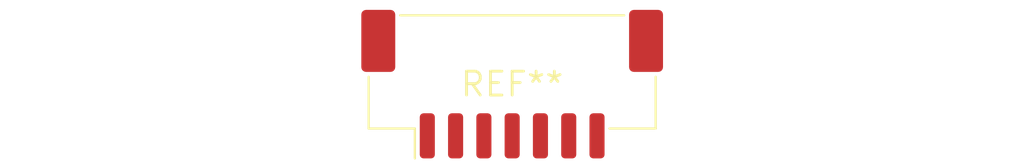
<source format=kicad_pcb>
(kicad_pcb (version 20240108) (generator pcbnew)
  (layers (0 "F.Cu" signal) (31 "B.Cu" signal) (34 "B.Paste" user) (35 "F.Paste" user) (36 "B.SilkS" user "B.Silkscreen") (37 "F.SilkS" user "F.Silkscreen") (38 "B.Mask" user) (39 "F.Mask" user) (44 "Edge.Cuts" user))
  (net 0 "")
  (footprint "JST_ZE_BM07B-ZESS-TBT_1x07-1MP_P1.50mm_Vertical" (layer "F.Cu") (at 0 0)
    (property "Reference" "REF**")
    (property "Value" "JST_ZE_BM07B-ZESS-TBT_1x07-1MP_P1.50mm_Vertical")
    (fp_line (start -7.61 -0.39) (end -7.61 2.36) (layer "F.SilkS") (stroke (width 0.12)))
    (fp_line (start -7.61 2.36) (end -5.16 2.36) (layer "F.SilkS") (stroke (width 0.12)))
    (fp_line (start -5.94 -3.66) (end 5.94 -3.66) (layer "F.SilkS") (stroke (width 0.12)))
    (fp_line (start -5.16 2.36) (end -5.16 3.95) (layer "F.SilkS") (stroke (width 0.12)))
    (fp_line (start 7.61 -0.39) (end 7.61 2.36) (layer "F.SilkS") (stroke (width 0.12)))
    (fp_line (start 7.61 2.36) (end 5.16 2.36) (layer "F.SilkS") (stroke (width 0.12)))
    (pad "1" smd roundrect (at -4.5 2.75) (size 0.8 2.4) (layers "F.Cu" "F.Paste" "F.Mask"))
    (pad "2" smd roundrect (at -3 2.75) (size 0.8 2.4) (layers "F.Cu" "F.Paste" "F.Mask"))
    (pad "3" smd roundrect (at -1.5 2.75) (size 0.8 2.4) (layers "F.Cu" "F.Paste" "F.Mask"))
    (pad "4" smd roundrect (at 0 2.75) (size 0.8 2.4) (layers "F.Cu" "F.Paste" "F.Mask"))
    (pad "5" smd roundrect (at 1.5 2.75) (size 0.8 2.4) (layers "F.Cu" "F.Paste" "F.Mask"))
    (pad "6" smd roundrect (at 3 2.75) (size 0.8 2.4) (layers "F.Cu" "F.Paste" "F.Mask"))
    (pad "7" smd roundrect (at 4.5 2.75) (size 0.8 2.4) (layers "F.Cu" "F.Paste" "F.Mask"))
    (pad "MP" smd roundrect (at -7.1 -2.3) (size 1.8 3.3) (layers "F.Cu" "F.Paste" "F.Mask") (roundrect_rratio 0.138889))
    (pad "MP" smd roundrect (at 7.1 -2.3) (size 1.8 3.3) (layers "F.Cu" "F.Paste" "F.Mask") (roundrect_rratio 0.138889))
  )
)
</source>
